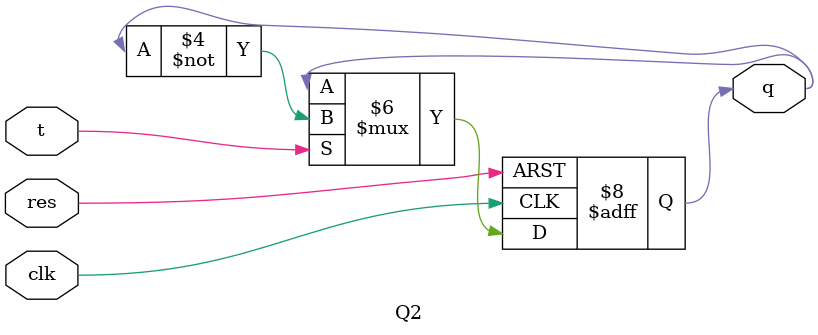
<source format=v>
module Q2(t, clk, res, q);
	input t, clk, res;
	output reg q;
	always@(negedge clk or negedge res)
	begin
		if(res == 0)
			q<=0;
		else
			if(t==1)
				q<=~q;
			else
				q<=q;
	end
endmodule
</source>
